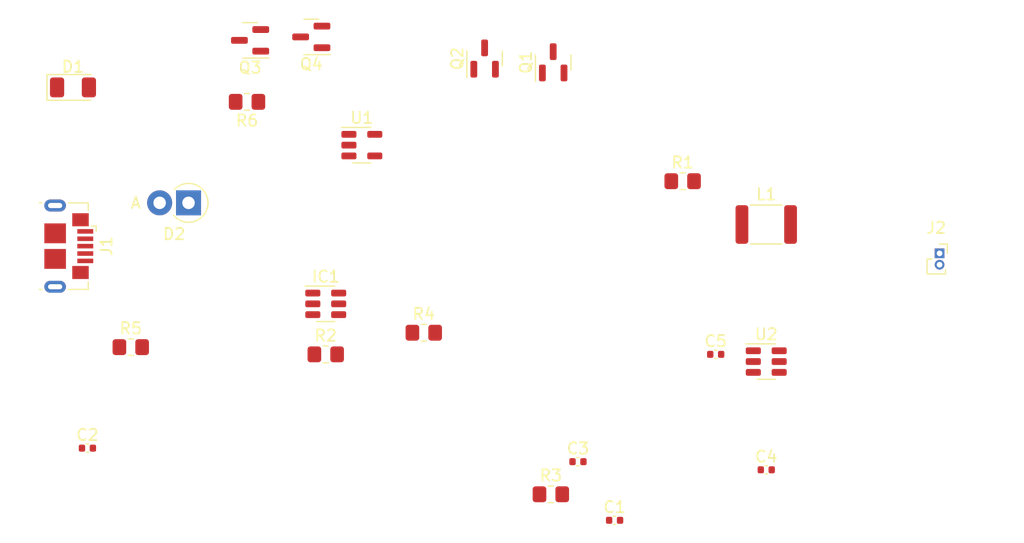
<source format=kicad_pcb>
(kicad_pcb (version 20211014) (generator pcbnew)
  (layers (0 "F.Cu" signal) (31 "B.Cu" signal) (34 "B.Paste" user) (35 "F.Paste" user) (36 "B.SilkS" user "B.Silkscreen") (37 "F.SilkS" user "F.Silkscreen") (38 "B.Mask" user) (39 "F.Mask" user) (44 "Edge.Cuts" user))
  (net 0 "")
  (net 1 "0V")
  (net 2 "LIPO+")
  (net 3 "LIPO-")
  (net 4 "Net-(C2-Pad2)")
  (net 5 "OUT+")
  (net 6 "+3.3V")
  (net 7 "Net-(D1-Pad1)")
  (net 8 "+5V")
  (net 9 "Net-(IC1-Pad1)")
  (net 10 "Net-(IC1-Pad2)")
  (net 11 "Net-(IC1-Pad3)")
  (net 17 "Net-(L1-Pad1)")
  (net 18 "Net-(L1-Pad2)")
  (net 19 "Net-(Q1-Pad2)")
  (net 20 "Net-(Q3-Pad1)")
  (net 21 "Net-(Q3-Pad2)")
  (net 22 "Net-(R1-Pad2)")
  (net 23 "Net-(R2-Pad2)")
  (footprint "Diode_THT:D_DO-41_SOD81_P2.54mm_Vertical_AnodeUp" (layer "F.Cu") (at 124.46 83.82 180)
    (fp_text reference "D2" (at 1.27 -2.750635) (layer "F.SilkS"))
    (fp_text value "D_Schottky")
    (fp_text user "A" (at 4.64 0) (layer "F.SilkS"))
    (fp_arc (start 1.251551 1.167366) (mid -1.710877 -0.044974) (end 1.311153 -1.1) (layer "F.SilkS") (width 0.12))
    (pad "1" thru_hole rect (at 0 0 180) (size 2.2 2.2) (drill 1.1) (layers *.Cu *.Mask) (net 5 "OUT+"))
    (pad "2" thru_hole oval (at 2.54 0 180) (size 2.2 2.2) (drill 1.1) (layers *.Cu *.Mask) (net 8 "+5V"))
  )
  (footprint "Package_TO_SOT_SMD:TSOT-23-6" (layer "F.Cu") (at 175.26 97.79)
    (fp_text reference "U2" (at 0 -2.4) (layer "F.SilkS"))
    (fp_text value "LTC3531ES6-3_3")
    (fp_line (start 0 1.56) (end 0.8 1.56) (layer "F.SilkS") (width 0.12))
    (fp_line (start 0 -1.56) (end -1.8 -1.56) (layer "F.SilkS") (width 0.12))
    (fp_line (start 0 1.56) (end -0.8 1.56) (layer "F.SilkS") (width 0.12))
    (fp_line (start 0 -1.56) (end 0.8 -1.56) (layer "F.SilkS") (width 0.12))
    (pad "1" smd roundrect (at -1.1375 -0.95) (size 1.325 0.6) (layers "F.Cu" "F.Paste" "F.Mask") (net 18 "Net-(L1-Pad2)"))
    (pad "2" smd roundrect (at -1.1375 0) (size 1.325 0.6) (layers "F.Cu" "F.Paste" "F.Mask") (net 1 "0V"))
    (pad "3" smd roundrect (at -1.1375 0.95) (size 1.325 0.6) (layers "F.Cu" "F.Paste" "F.Mask") (net 6 "+3.3V"))
    (pad "4" smd roundrect (at 1.1375 0.95) (size 1.325 0.6) (layers "F.Cu" "F.Paste" "F.Mask") (net 5 "OUT+"))
    (pad "5" smd roundrect (at 1.1375 0) (size 1.325 0.6) (layers "F.Cu" "F.Paste" "F.Mask") (net 5 "OUT+"))
    (pad "6" smd roundrect (at 1.1375 -0.95) (size 1.325 0.6) (layers "F.Cu" "F.Paste" "F.Mask") (net 17 "Net-(L1-Pad1)"))
  )
  (footprint "Package_TO_SOT_SMD:SOT-23-6" (layer "F.Cu") (at 136.525 92.71)
    (fp_text reference "IC1" (at 0 -2.4) (layer "F.SilkS"))
    (fp_text value "FS312F-G")
    (fp_line (start 0 1.56) (end 0.8 1.56) (layer "F.SilkS") (width 0.12))
    (fp_line (start 0 -1.56) (end 0.8 -1.56) (layer "F.SilkS") (width 0.12))
    (fp_line (start 0 -1.56) (end -1.8 -1.56) (layer "F.SilkS") (width 0.12))
    (fp_line (start 0 1.56) (end -0.8 1.56) (layer "F.SilkS") (width 0.12))
    (pad "1" smd roundrect (at -1.1375 -0.95) (size 1.325 0.6) (layers "F.Cu" "F.Paste" "F.Mask") (net 9 "Net-(IC1-Pad1)"))
    (pad "2" smd roundrect (at -1.1375 0) (size 1.325 0.6) (layers "F.Cu" "F.Paste" "F.Mask") (net 10 "Net-(IC1-Pad2)"))
    (pad "3" smd roundrect (at -1.1375 0.95) (size 1.325 0.6) (layers "F.Cu" "F.Paste" "F.Mask") (net 11 "Net-(IC1-Pad3)"))
    (pad "4" smd roundrect (at 1.1375 0.95) (size 1.325 0.6) (layers "F.Cu" "F.Paste" "F.Mask"))
    (pad "5" smd roundrect (at 1.1375 0) (size 1.325 0.6) (layers "F.Cu" "F.Paste" "F.Mask") (net 4 "Net-(C2-Pad2)"))
    (pad "6" smd roundrect (at 1.1375 -0.95) (size 1.325 0.6) (layers "F.Cu" "F.Paste" "F.Mask") (net 3 "LIPO-"))
  )
  (footprint "Connector_PinSocket_1.00mm:PinSocket_1x02_P1.00mm_Vertical" (layer "F.Cu") (at 190.5 88.265)
    (fp_text reference "J2" (at -0.29 -2.25) (layer "F.SilkS"))
    (fp_text value "Conn_01x02_Female")
    (fp_line (start -1.1 0.5) (end -1.1 1.81) (layer "F.SilkS") (width 0.12))
    (fp_line (start -1.1 0.5) (end -0.685 0.5) (layer "F.SilkS") (width 0.12))
    (fp_line (start 0 -0.81) (end 0.685 -0.81) (layer "F.SilkS") (width 0.12))
    (fp_line (start -1.1 1.81) (end 0.52 1.81) (layer "F.SilkS") (width 0.12))
    (fp_line (start 0.685 -0.81) (end 0.685 0) (layer "F.SilkS") (width 0.12))
    (fp_line (start 0.52 1.445898) (end 0.52 1.81) (layer "F.SilkS") (width 0.12))
    (pad "1" thru_hole rect (at 0 0) (size 0.85 0.85) (drill 0.5) (layers *.Cu *.Mask) (net 6 "+3.3V"))
    (pad "2" thru_hole oval (at 0 1) (size 0.85 0.85) (drill 0.5) (layers *.Cu *.Mask) (net 1 "0V"))
  )
  (footprint "Package_TO_SOT_SMD:SOT-23" (layer "F.Cu") (at 150.495 71.12 90)
    (fp_text reference "Q2" (at 0 -2.4 90) (layer "F.SilkS"))
    (fp_text value "IRLZ34N")
    (fp_line (start 0 1.56) (end -0.65 1.56) (layer "F.SilkS") (width 0.12))
    (fp_line (start 0 -1.56) (end -1.675 -1.56) (layer "F.SilkS") (width 0.12))
    (fp_line (start 0 1.56) (end 0.65 1.56) (layer "F.SilkS") (width 0.12))
    (fp_line (start 0 -1.56) (end 0.65 -1.56) (layer "F.SilkS") (width 0.12))
    (pad "1" smd roundrect (at -0.9375 -0.95 90) (size 1.475 0.6) (layers "F.Cu" "F.Paste" "F.Mask") (net 9 "Net-(IC1-Pad1)"))
    (pad "2" smd roundrect (at -0.9375 0.95 90) (size 1.475 0.6) (layers "F.Cu" "F.Paste" "F.Mask") (net 19 "Net-(Q1-Pad2)"))
    (pad "3" smd roundrect (at 0.9375 0 90) (size 1.475 0.6) (layers "F.Cu" "F.Paste" "F.Mask") (net 3 "LIPO-"))
  )
  (footprint "Package_TO_SOT_SMD:SOT-23" (layer "F.Cu") (at 129.8725 69.5175 180)
    (fp_text reference "Q3" (at 0 -2.4) (layer "F.SilkS"))
    (fp_text value "IRLML5203")
    (fp_line (start 0 1.56) (end 0.65 1.56) (layer "F.SilkS") (width 0.12))
    (fp_line (start 0 -1.56) (end -1.675 -1.56) (layer "F.SilkS") (width 0.12))
    (fp_line (start 0 -1.56) (end 0.65 -1.56) (layer "F.SilkS") (width 0.12))
    (fp_line (start 0 1.56) (end -0.65 1.56) (layer "F.SilkS") (width 0.12))
    (pad "1" smd roundrect (at -0.9375 -0.95 180) (size 1.475 0.6) (layers "F.Cu" "F.Paste" "F.Mask") (net 20 "Net-(Q3-Pad1)"))
    (pad "2" smd roundrect (at -0.9375 0.95 180) (size 1.475 0.6) (layers "F.Cu" "F.Paste" "F.Mask") (net 21 "Net-(Q3-Pad2)"))
    (pad "3" smd roundrect (at 0.9375 0 180) (size 1.475 0.6) (layers "F.Cu" "F.Paste" "F.Mask") (net 2 "LIPO+"))
  )
  (footprint "Capacitor_SMD:C_0402_1005Metric" (layer "F.Cu") (at 170.815 97.155)
    (fp_text reference "C5" (at 0 -1.16) (layer "F.SilkS"))
    (fp_text value "10uF")
    (fp_line (start -0.107836 0.36) (end 0.107836 0.36) (layer "F.SilkS") (width 0.12))
    (fp_line (start -0.107836 -0.36) (end 0.107836 -0.36) (layer "F.SilkS") (width 0.12))
    (pad "1" smd roundrect (at -0.48 0) (size 0.56 0.62) (layers "F.Cu" "F.Paste" "F.Mask") (net 1 "0V"))
    (pad "2" smd roundrect (at 0.48 0) (size 0.56 0.62) (layers "F.Cu" "F.Paste" "F.Mask") (net 6 "+3.3V"))
  )
  (footprint "Resistor_SMD:R_0805_2012Metric_Pad1.20x1.40mm_HandSolder" (layer "F.Cu") (at 119.38 96.52)
    (fp_text reference "R5" (at 0 -1.65) (layer "F.SilkS"))
    (fp_text value "1k")
    (fp_line (start -0.227064 -0.735) (end 0.227064 -0.735) (layer "F.SilkS") (width 0.12))
    (fp_line (start -0.227064 0.735) (end 0.227064 0.735) (layer "F.SilkS") (width 0.12))
    (pad "1" smd roundrect (at -1 0) (size 1.2 1.4) (layers "F.Cu" "F.Paste" "F.Mask") (roundrect_rratio 0.208333) (net 3 "LIPO-"))
    (pad "2" smd roundrect (at 1 0) (size 1.2 1.4) (layers "F.Cu" "F.Paste" "F.Mask") (roundrect_rratio 0.208333) (net 8 "+5V"))
  )
  (footprint "Inductor_SMD:L_1812_4532Metric" (layer "F.Cu") (at 175.26 85.725)
    (fp_text reference "L1" (at 0 -2.65) (layer "F.SilkS"))
    (fp_text value "10uH")
    (fp_line (start -1.386252 -1.71) (end 1.386252 -1.71) (layer "F.SilkS") (width 0.12))
    (fp_line (start -1.386252 1.71) (end 1.386252 1.71) (layer "F.SilkS") (width 0.12))
    (pad "1" smd roundrect (at -2.1375 0) (size 1.125 3.4) (layers "F.Cu" "F.Paste" "F.Mask") (roundrect_rratio 0.222222) (net 17 "Net-(L1-Pad1)"))
    (pad "2" smd roundrect (at 2.1375 0) (size 1.125 3.4) (layers "F.Cu" "F.Paste" "F.Mask") (roundrect_rratio 0.222222) (net 18 "Net-(L1-Pad2)"))
  )
  (footprint "Resistor_SMD:R_0805_2012Metric_Pad1.20x1.40mm_HandSolder" (layer "F.Cu") (at 156.32 109.47)
    (fp_text reference "R3" (at 0 -1.65) (layer "F.SilkS"))
    (fp_text value "1k")
    (fp_line (start -0.227064 -0.735) (end 0.227064 -0.735) (layer "F.SilkS") (width 0.12))
    (fp_line (start -0.227064 0.735) (end 0.227064 0.735) (layer "F.SilkS") (width 0.12))
    (pad "1" smd roundrect (at -1 0) (size 1.2 1.4) (layers "F.Cu" "F.Paste" "F.Mask") (roundrect_rratio 0.208333) (net 10 "Net-(IC1-Pad2)"))
    (pad "2" smd roundrect (at 1 0) (size 1.2 1.4) (layers "F.Cu" "F.Paste" "F.Mask") (roundrect_rratio 0.208333) (net 1 "0V"))
  )
  (footprint "Capacitor_SMD:C_0402_1005Metric" (layer "F.Cu") (at 161.925 111.76)
    (fp_text reference "C1" (at 0 -1.16) (layer "F.SilkS"))
    (fp_text value "4.7uF")
    (fp_line (start -0.107836 -0.36) (end 0.107836 -0.36) (layer "F.SilkS") (width 0.12))
    (fp_line (start -0.107836 0.36) (end 0.107836 0.36) (layer "F.SilkS") (width 0.12))
    (pad "1" smd roundrect (at -0.48 0) (size 0.56 0.62) (layers "F.Cu" "F.Paste" "F.Mask") (net 1 "0V"))
    (pad "2" smd roundrect (at 0.48 0) (size 0.56 0.62) (layers "F.Cu" "F.Paste" "F.Mask") (net 2 "LIPO+"))
  )
  (footprint "Capacitor_SMD:C_0402_1005Metric" (layer "F.Cu") (at 115.57 105.41)
    (fp_text reference "C2" (at 0 -1.16) (layer "F.SilkS"))
    (fp_text value "0.1uF")
    (fp_line (start -0.107836 -0.36) (end 0.107836 -0.36) (layer "F.SilkS") (width 0.12))
    (fp_line (start -0.107836 0.36) (end 0.107836 0.36) (layer "F.SilkS") (width 0.12))
    (pad "1" smd roundrect (at -0.48 0) (size 0.56 0.62) (layers "F.Cu" "F.Paste" "F.Mask") (net 3 "LIPO-"))
    (pad "2" smd roundrect (at 0.48 0) (size 0.56 0.62) (layers "F.Cu" "F.Paste" "F.Mask") (net 4 "Net-(C2-Pad2)"))
  )
  (footprint "Capacitor_SMD:C_0402_1005Metric" (layer "F.Cu") (at 158.705 106.6)
    (fp_text reference "C3" (at 0 -1.16) (layer "F.SilkS"))
    (fp_text value "10uF")
    (fp_line (start -0.107836 0.36) (end 0.107836 0.36) (layer "F.SilkS") (width 0.12))
    (fp_line (start -0.107836 -0.36) (end 0.107836 -0.36) (layer "F.SilkS") (width 0.12))
    (pad "1" smd roundrect (at -0.48 0) (size 0.56 0.62) (layers "F.Cu" "F.Paste" "F.Mask") (net 1 "0V"))
    (pad "2" smd roundrect (at 0.48 0) (size 0.56 0.62) (layers "F.Cu" "F.Paste" "F.Mask") (net 5 "OUT+"))
  )
  (footprint "Capacitor_SMD:C_0402_1005Metric" (layer "F.Cu") (at 175.26 107.315)
    (fp_text reference "C4" (at 0 -1.16) (layer "F.SilkS"))
    (fp_text value "2.2uF")
    (fp_line (start -0.107836 0.36) (end 0.107836 0.36) (layer "F.SilkS") (width 0.12))
    (fp_line (start -0.107836 -0.36) (end 0.107836 -0.36) (layer "F.SilkS") (width 0.12))
    (pad "1" smd roundrect (at -0.48 0) (size 0.56 0.62) (layers "F.Cu" "F.Paste" "F.Mask") (net 1 "0V"))
    (pad "2" smd roundrect (at 0.48 0) (size 0.56 0.62) (layers "F.Cu" "F.Paste" "F.Mask") (net 5 "OUT+"))
  )
  (footprint "Package_TO_SOT_SMD:SOT-23-5" (layer "F.Cu") (at 139.7 78.74)
    (fp_text reference "U1" (at 0 -2.4) (layer "F.SilkS"))
    (fp_text value "MCP73831-2-OT")
    (fp_line (start 0 -1.56) (end -1.8 -1.56) (layer "F.SilkS") (width 0.12))
    (fp_line (start 0 -1.56) (end 0.8 -1.56) (layer "F.SilkS") (width 0.12))
    (fp_line (start 0 1.56) (end 0.8 1.56) (layer "F.SilkS") (width 0.12))
    (fp_line (start 0 1.56) (end -0.8 1.56) (layer "F.SilkS") (width 0.12))
    (pad "1" smd roundrect (at -1.1375 -0.95) (size 1.325 0.6) (layers "F.Cu" "F.Paste" "F.Mask") (net 23 "Net-(R2-Pad2)"))
    (pad "2" smd roundrect (at -1.1375 0) (size 1.325 0.6) (layers "F.Cu" "F.Paste" "F.Mask") (net 1 "0V"))
    (pad "3" smd roundrect (at -1.1375 0.95) (size 1.325 0.6) (layers "F.Cu" "F.Paste" "F.Mask") (net 2 "LIPO+"))
    (pad "4" smd roundrect (at 1.1375 0.95) (size 1.325 0.6) (layers "F.Cu" "F.Paste" "F.Mask") (net 8 "+5V"))
    (pad "5" smd roundrect (at 1.1375 -0.95) (size 1.325 0.6) (layers "F.Cu" "F.Paste" "F.Mask") (net 22 "Net-(R1-Pad2)"))
  )
  (footprint "Resistor_SMD:R_0805_2012Metric_Pad1.20x1.40mm_HandSolder" (layer "F.Cu") (at 136.525 97.155)
    (fp_text reference "R2" (at 0 -1.65) (layer "F.SilkS"))
    (fp_text value "470")
    (fp_line (start -0.227064 -0.735) (end 0.227064 -0.735) (layer "F.SilkS") (width 0.12))
    (fp_line (start -0.227064 0.735) (end 0.227064 0.735) (layer "F.SilkS") (width 0.12))
    (pad "1" smd roundrect (at -1 0) (size 1.2 1.4) (layers "F.Cu" "F.Paste" "F.Mask") (roundrect_rratio 0.208333) (net 7 "Net-(D1-Pad1)"))
    (pad "2" smd roundrect (at 1 0) (size 1.2 1.4) (layers "F.Cu" "F.Paste" "F.Mask") (roundrect_rratio 0.208333) (net 23 "Net-(R2-Pad2)"))
  )
  (footprint "Package_TO_SOT_SMD:SOT-23" (layer "F.Cu") (at 156.525 71.4525 90)
    (fp_text reference "Q1" (at 0 -2.4 90) (layer "F.SilkS"))
    (fp_text value "IRLZ34N")
    (fp_line (start 0 -1.56) (end 0.65 -1.56) (layer "F.SilkS") (width 0.12))
    (fp_line (start 0 -1.56) (end -1.675 -1.56) (layer "F.SilkS") (width 0.12))
    (fp_line (start 0 1.56) (end 0.65 1.56) (layer "F.SilkS") (width 0.12))
    (fp_line (start 0 1.56) (end -0.65 1.56) (layer "F.SilkS") (width 0.12))
    (pad "1" smd roundrect (at -0.9375 -0.95 90) (size 1.475 0.6) (layers "F.Cu" "F.Paste" "F.Mask") (net 11 "Net-(IC1-Pad3)"))
    (pad "2" smd roundrect (at -0.9375 0.95 90) (size 1.475 0.6) (layers "F.Cu" "F.Paste" "F.Mask") (net 19 "Net-(Q1-Pad2)"))
    (pad "3" smd roundrect (at 0.9375 0 90) (size 1.475 0.6) (layers "F.Cu" "F.Paste" "F.Mask") (net 1 "0V"))
  )
  (footprint "Resistor_SMD:R_0805_2012Metric_Pad1.20x1.40mm_HandSolder" (layer "F.Cu") (at 145.145 95.25)
    (fp_text reference "R4" (at 0 -1.65) (layer "F.SilkS"))
    (fp_text value "100")
    (fp_line (start -0.227064 0.735) (end 0.227064 0.735) (layer "F.SilkS") (width 0.12))
    (fp_line (start -0.227064 -0.735) (end 0.227064 -0.735) (layer "F.SilkS") (width 0.12))
    (pad "1" smd roundrect (at -1 0) (size 1.2 1.4) (layers "F.Cu" "F.Paste" "F.Mask") (roundrect_rratio 0.208333) (net 4 "Net-(C2-Pad2)"))
    (pad "2" smd roundrect (at 1 0) (size 1.2 1.4) (layers "F.Cu" "F.Paste" "F.Mask") (roundrect_rratio 0.208333) (net 2 "LIPO+"))
  )
  (footprint "Resistor_SMD:R_0805_2012Metric_Pad1.20x1.40mm_HandSolder" (layer "F.Cu") (at 167.91 81.915)
    (fp_text reference "R1" (at 0 -1.65) (layer "F.SilkS"))
    (fp_text value "R")
    (fp_line (start -0.227064 0.735) (end 0.227064 0.735) (layer "F.SilkS") (width 0.12))
    (fp_line (start -0.227064 -0.735) (end 0.227064 -0.735) (layer "F.SilkS") (width 0.12))
    (pad "1" smd roundrect (at -1 0) (size 1.2 1.4) (layers "F.Cu" "F.Paste" "F.Mask") (roundrect_rratio 0.208333) (net 1 "0V"))
    (pad "2" smd roundrect (at 1 0) (size 1.2 1.4) (layers "F.Cu" "F.Paste" "F.Mask") (roundrect_rratio 0.208333) (net 22 "Net-(R1-Pad2)"))
  )
  (footprint "Resistor_SMD:R_0805_2012Metric_Pad1.20x1.40mm_HandSolder" (layer "F.Cu") (at 129.6025 74.93 180)
    (fp_text reference "R6" (at 0 -1.65) (layer "F.SilkS"))
    (fp_text value "1k")
    (fp_line (start -0.227064 0.735) (end 0.227064 0.735) (layer "F.SilkS") (width 0.12))
    (fp_line (start -0.227064 -0.735) (end 0.227064 -0.735) (layer "F.SilkS") (width 0.12))
    (pad "1" smd roundrect (at -1 0 180) (size 1.2 1.4) (layers "F.Cu" "F.Paste" "F.Mask") (roundrect_rratio 0.208333) (net 20 "Net-(Q3-Pad1)"))
    (pad "2" smd roundrect (at 1 0 180) (size 1.2 1.4) (layers "F.Cu" "F.Paste" "F.Mask") (roundrect_rratio 0.208333) (net 8 "+5V"))
  )
  (footprint "Package_TO_SOT_SMD:SOT-23" (layer "F.Cu") (at 135.255 69.215 180)
    (fp_text reference "Q4" (at 0 -2.4) (layer "F.SilkS"))
    (fp_text value "IRLML5203")
    (fp_line (start 0 -1.56) (end -1.675 -1.56) (layer "F.SilkS") (width 0.12))
    (fp_line (start 0 -1.56) (end 0.65 -1.56) (layer "F.SilkS") (width 0.12))
    (fp_line (start 0 1.56) (end -0.65 1.56) (layer "F.SilkS") (width 0.12))
    (fp_line (start 0 1.56) (end 0.65 1.56) (layer "F.SilkS") (width 0.12))
    (pad "1" smd roundrect (at -0.9375 -0.95 180) (size 1.475 0.6) (layers "F.Cu" "F.Paste" "F.Mask") (net 20 "Net-(Q3-Pad1)"))
    (pad "2" smd roundrect (at -0.9375 0.95 180) (size 1.475 0.6) (layers "F.Cu" "F.Paste" "F.Mask") (net 21 "Net-(Q3-Pad2)"))
    (pad "3" smd roundrect (at 0.9375 0 180) (size 1.475 0.6) (layers "F.Cu" "F.Paste" "F.Mask") (net 5 "OUT+"))
  )
  (footprint "Connector_USB:USB_Micro-B_GCT_USB3076-30-A" (layer "F.Cu") (at 113.93 87.63 -90)
    (fp_text reference "J1" (at 0 -3.3 90) (layer "F.SilkS"))
    (fp_text value "USB_OTG")
    (fp_line (start 3.81 0.02) (end 3.81 -1.71) (layer "F.SilkS") (width 0.12))
    (fp_line (start -3.81 -1.71) (end -3.15 -1.71) (layer "F.SilkS") (width 0.12))
    (fp_line (start -1.76 -2.41) (end -1.76 -2.02) (layer "F.SilkS") (width 0.12))
    (fp_line (start -1.76 -2.41) (end -1.31 -2.41) (layer "F.SilkS") (width 0.12))
    (fp_line (start -3.81 0.02) (end -3.81 -1.71) (layer "F.SilkS") (width 0.12))
    (fp_line (start 3.81 2.59) (end 3.81 2.38) (layer "F.SilkS") (width 0.12))
    (fp_line (start -3.81 2.59) (end -3.81 2.38) (layer "F.SilkS") (width 0.12))
    (fp_line (start 3.81 -1.71) (end 3.16 -1.71) (layer "F.SilkS") (width 0.12))
    (pad "1" smd rect (at -1.3 -1.45 270) (size 0.4 1.4) (layers "F.Cu" "F.Paste" "F.Mask") (net 8 "+5V"))
    (pad "2" smd rect (at -0.65 -1.45 270) (size 0.4 1.4) (layers "F.Cu" "F.Paste" "F.Mask"))
    (pad "3" smd rect (at 0 -1.45 270) (size 0.4 1.4) (layers "F.Cu" "F.Paste" "F.Mask"))
    (pad "4" smd rect (at 0.65 -1.45 270) (size 0.4 1.4) (layers "F.Cu" "F.Paste" "F.Mask"))
    (pad "5" smd rect (at 1.3 -1.45 270) (size 0.4 1.4) (layers "F.Cu" "F.Paste" "F.Mask") (net 1 "0V"))
    (pad "6" smd rect (at 2.32 -1.03 270) (size 1.15 1.45) (layers "F.Cu" "F.Paste" "F.Mask"))
    (pad "6" thru_hole oval (at 3.575 1.2 270) (size 1.05 1.9) (drill oval 0.45 1.25) (layers *.Cu *.Mask))
    (pad "6" smd rect (at -1.125 1.2 270) (size 1.75 1.9) (layers "F.Cu" "F.Paste" "F.Mask"))
    (pad "6" smd rect (at 1.125 1.2 270) (size 1.75 1.9) (layers "F.Cu" "F.Paste" "F.Mask"))
    (pad "6" smd rect (at -2.32 -1.03 270) (size 1.15 1.45) (layers "F.Cu" "F.Paste" "F.Mask"))
    (pad "6" thru_hole oval (at -3.575 1.2 90) (size 1.05 1.9) (drill oval 0.45 1.25) (layers *.Cu *.Mask))
  )
  (footprint "LED_SMD:LED_1206_3216Metric" (layer "F.Cu") (at 114.3 73.66)
    (fp_text reference "D1" (at 0 -1.82) (layer "F.SilkS"))
    (fp_text value "LED")
    (fp_line (start -2.285 -1.135) (end -2.285 1.135) (layer "F.SilkS") (width 0.12))
    (fp_line (start 1.6 -1.135) (end -2.285 -1.135) (layer "F.SilkS") (width 0.12))
    (fp_line (start -2.285 1.135) (end 1.6 1.135) (layer "F.SilkS") (width 0.12))
    (pad "1" smd roundrect (at -1.4 0) (size 1.25 1.75) (layers "F.Cu" "F.Paste" "F.Mask") (roundrect_rratio 0.2) (net 7 "Net-(D1-Pad1)"))
    (pad "2" smd roundrect (at 1.4 0) (size 1.25 1.75) (layers "F.Cu" "F.Paste" "F.Mask") (roundrect_rratio 0.2) (net 8 "+5V"))
  )
)
</source>
